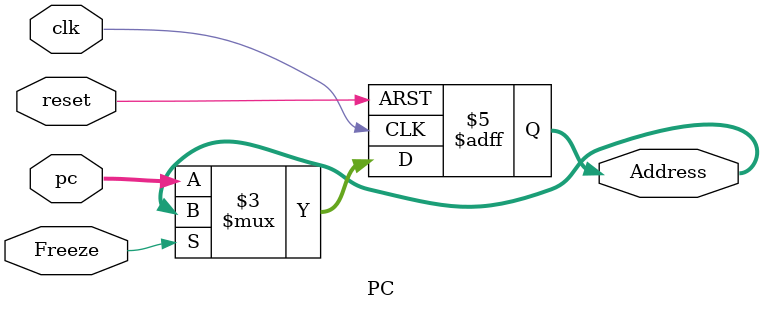
<source format=sv>
`timescale 1ns/1ns
module PC(input clk ,reset,input [31:0] pc,input Freeze,output reg [31:0] Address);
  
  always@(posedge clk,posedge reset)
    begin
      if(reset)
        Address <= 32'b0;
      else
        begin
          if(~Freeze)
            begin
             Address <= pc;
            end
          // else
          //  begin
          //   Address <= Address;
          //  end
        end
    end
    
endmodule
  



</source>
